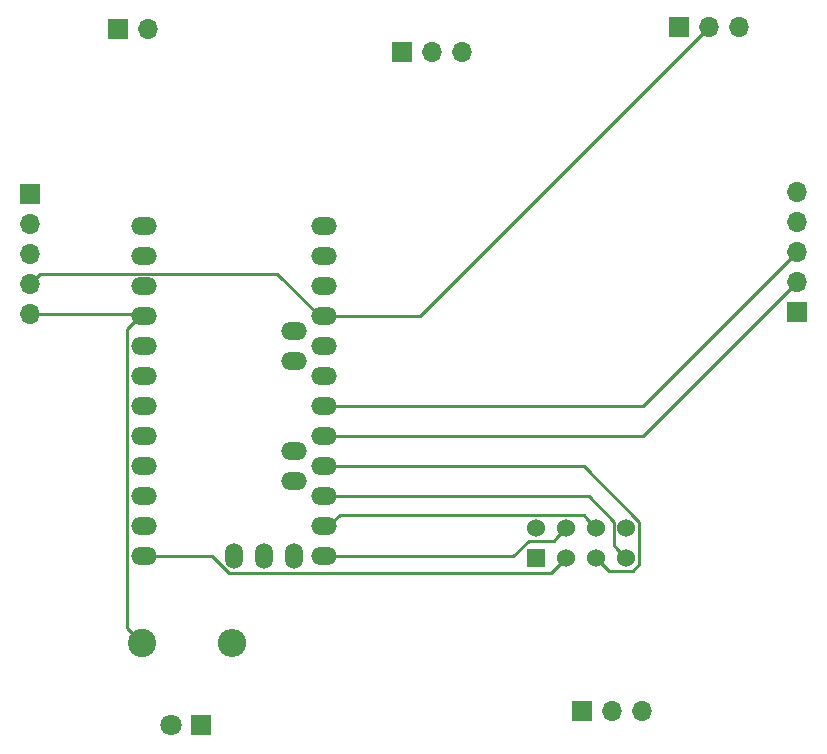
<source format=gbr>
G04 #@! TF.GenerationSoftware,KiCad,Pcbnew,5.1.2*
G04 #@! TF.CreationDate,2019-11-12T08:33:06-05:00*
G04 #@! TF.ProjectId,VS_robot_controller,56535f72-6f62-46f7-945f-636f6e74726f,rev?*
G04 #@! TF.SameCoordinates,Original*
G04 #@! TF.FileFunction,Copper,L2,Bot*
G04 #@! TF.FilePolarity,Positive*
%FSLAX46Y46*%
G04 Gerber Fmt 4.6, Leading zero omitted, Abs format (unit mm)*
G04 Created by KiCad (PCBNEW 5.1.2) date 2019-11-12 08:33:06*
%MOMM*%
%LPD*%
G04 APERTURE LIST*
%ADD10R,1.524000X1.524000*%
%ADD11C,1.524000*%
%ADD12O,1.700000X1.700000*%
%ADD13R,1.700000X1.700000*%
%ADD14R,1.800000X1.800000*%
%ADD15C,1.800000*%
%ADD16C,2.400000*%
%ADD17O,2.400000X2.400000*%
%ADD18O,2.199640X1.501140*%
%ADD19O,1.501140X2.199640*%
%ADD20C,0.250000*%
G04 APERTURE END LIST*
D10*
X215900000Y-88800000D03*
D11*
X215900000Y-86260000D03*
X218440000Y-88800000D03*
X218440000Y-86260000D03*
X220980000Y-88800000D03*
X220980000Y-86260000D03*
X223520000Y-88800000D03*
X223520000Y-86260000D03*
D12*
X238000000Y-57840000D03*
X238000000Y-60380000D03*
X238000000Y-62920000D03*
X238000000Y-65460000D03*
D13*
X238000000Y-68000000D03*
D14*
X187500000Y-103000000D03*
D15*
X184960000Y-103000000D03*
D13*
X173000000Y-58000000D03*
D12*
X173000000Y-60540000D03*
X173000000Y-63080000D03*
X173000000Y-65620000D03*
X173000000Y-68160000D03*
D13*
X228000000Y-43900000D03*
D12*
X230540000Y-43900000D03*
X233080000Y-43900000D03*
D16*
X182500000Y-96000000D03*
D17*
X190120000Y-96000000D03*
D13*
X204500000Y-46000000D03*
D12*
X207040000Y-46000000D03*
X209580000Y-46000000D03*
X224880000Y-101800000D03*
X222340000Y-101800000D03*
D13*
X219800000Y-101800000D03*
X180500000Y-44000000D03*
D12*
X183040000Y-44000000D03*
D18*
X195355000Y-79805000D03*
X195355000Y-82345000D03*
X182655000Y-60755000D03*
X182655000Y-63295000D03*
X182655000Y-65835000D03*
X182655000Y-68375000D03*
X182655000Y-70915000D03*
X182655000Y-73455000D03*
X182655000Y-75995000D03*
X182655000Y-78535000D03*
X182655000Y-81075000D03*
X182655000Y-83615000D03*
X182655000Y-86155000D03*
X182655000Y-88695000D03*
X197895000Y-88695000D03*
X197895000Y-86155000D03*
X197895000Y-83615000D03*
X197895000Y-81075000D03*
X197895000Y-78535000D03*
X197895000Y-75995000D03*
X197895000Y-73455000D03*
X197895000Y-70915000D03*
X197895000Y-68375000D03*
X197895000Y-65835000D03*
X197895000Y-63295000D03*
X197895000Y-60755000D03*
X195355000Y-72185000D03*
X195355000Y-69645000D03*
D19*
X195355000Y-88695000D03*
X192815000Y-88695000D03*
X190275000Y-88695000D03*
D20*
X206065000Y-68375000D02*
X230540000Y-43900000D01*
X197895000Y-68375000D02*
X206065000Y-68375000D01*
X197545750Y-68375000D02*
X197895000Y-68375000D01*
X193930170Y-64759420D02*
X197545750Y-68375000D01*
X173860580Y-64759420D02*
X193930170Y-64759420D01*
X173000000Y-65620000D02*
X173860580Y-64759420D01*
X182440000Y-68160000D02*
X182655000Y-68375000D01*
X173000000Y-68160000D02*
X182440000Y-68160000D01*
X181300001Y-94800001D02*
X182500000Y-96000000D01*
X181230170Y-69450580D02*
X181230170Y-94730170D01*
X182305750Y-68375000D02*
X181230170Y-69450580D01*
X181230170Y-94730170D02*
X181300001Y-94800001D01*
X182655000Y-68375000D02*
X182305750Y-68375000D01*
X198220000Y-76320000D02*
X197895000Y-75995000D01*
X224925000Y-75995000D02*
X238000000Y-62920000D01*
X197895000Y-75995000D02*
X224925000Y-75995000D01*
X224925000Y-78535000D02*
X238000000Y-65460000D01*
X197895000Y-78535000D02*
X224925000Y-78535000D01*
X217678001Y-89561999D02*
X218440000Y-88800000D01*
X217120170Y-90119830D02*
X217678001Y-89561999D01*
X189829481Y-90119830D02*
X217120170Y-90119830D01*
X188404651Y-88695000D02*
X189829481Y-90119830D01*
X182655000Y-88695000D02*
X188404651Y-88695000D01*
X217678001Y-87021999D02*
X218440000Y-86260000D01*
X217352999Y-87347001D02*
X217678001Y-87021999D01*
X213895998Y-88695000D02*
X215243997Y-87347001D01*
X215243997Y-87347001D02*
X217352999Y-87347001D01*
X197895000Y-88695000D02*
X213895998Y-88695000D01*
X222067001Y-89887001D02*
X221741999Y-89561999D01*
X224041761Y-89887001D02*
X222067001Y-89887001D01*
X224607001Y-89321761D02*
X224041761Y-89887001D01*
X224607001Y-85738239D02*
X224607001Y-89321761D01*
X219943762Y-81075000D02*
X224607001Y-85738239D01*
X221741999Y-89561999D02*
X220980000Y-88800000D01*
X197895000Y-81075000D02*
X219943762Y-81075000D01*
X220218001Y-85498001D02*
X220980000Y-86260000D01*
X219892999Y-85172999D02*
X220218001Y-85498001D01*
X199226251Y-85172999D02*
X219892999Y-85172999D01*
X198244250Y-86155000D02*
X199226251Y-85172999D01*
X197895000Y-86155000D02*
X198244250Y-86155000D01*
X222758001Y-88038001D02*
X223520000Y-88800000D01*
X222432999Y-87712999D02*
X222758001Y-88038001D01*
X222432999Y-85738239D02*
X222432999Y-87712999D01*
X220309760Y-83615000D02*
X222432999Y-85738239D01*
X197895000Y-83615000D02*
X220309760Y-83615000D01*
M02*

</source>
